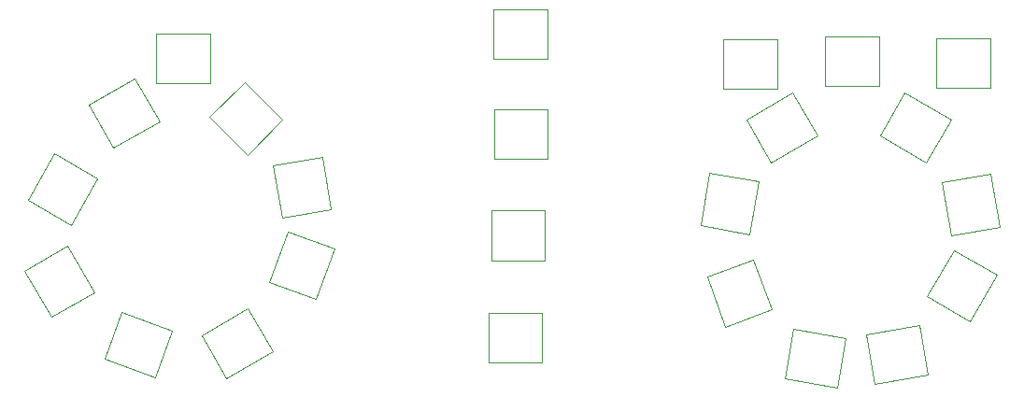
<source format=gbr>
%TF.GenerationSoftware,KiCad,Pcbnew,(6.0.7-1)-1*%
%TF.CreationDate,2023-10-29T11:35:45+10:00*%
%TF.ProjectId,HYD ISO Panel PCB V2,48594420-4953-44f2-9050-616e656c2050,rev?*%
%TF.SameCoordinates,Original*%
%TF.FileFunction,Other,User*%
%FSLAX46Y46*%
G04 Gerber Fmt 4.6, Leading zero omitted, Abs format (unit mm)*
G04 Created by KiCad (PCBNEW (6.0.7-1)-1) date 2023-10-29 11:35:45*
%MOMM*%
%LPD*%
G01*
G04 APERTURE LIST*
%ADD10C,0.050000*%
G04 APERTURE END LIST*
D10*
%TO.C,D1*%
X94125000Y-65900000D02*
X89275000Y-65900000D01*
X89275000Y-65900000D02*
X89275000Y-70400000D01*
X94125000Y-70400000D02*
X94125000Y-65900000D01*
X89275000Y-70400000D02*
X94125000Y-70400000D01*
%TO.C,D2*%
X97277817Y-70295837D02*
X94095837Y-73477817D01*
X94095837Y-73477817D02*
X97525305Y-76907285D01*
X100707285Y-73725305D02*
X97277817Y-70295837D01*
X97525305Y-76907285D02*
X100707285Y-73725305D01*
%TO.C,D3*%
X104273319Y-77065503D02*
X99841684Y-77846920D01*
X100683878Y-82623237D02*
X105115513Y-81841821D01*
X99841684Y-77846920D02*
X100683878Y-82623237D01*
X105115513Y-81841821D02*
X104273319Y-77065503D01*
%TO.C,D4*%
X103734885Y-89948292D02*
X105393683Y-85390783D01*
X105393683Y-85390783D02*
X101165066Y-83851692D01*
X99506268Y-88409201D02*
X103734885Y-89948292D01*
X101165066Y-83851692D02*
X99506268Y-88409201D01*
%TO.C,D5*%
X95629071Y-97123557D02*
X99829294Y-94698557D01*
X99829294Y-94698557D02*
X97579294Y-90801443D01*
X93379071Y-93226443D02*
X95629071Y-97123557D01*
X97579294Y-90801443D02*
X93379071Y-93226443D01*
%TO.C,D6*%
X90698308Y-92815066D02*
X86140799Y-91156268D01*
X86140799Y-91156268D02*
X84601708Y-95384885D01*
X84601708Y-95384885D02*
X89159217Y-97043683D01*
X89159217Y-97043683D02*
X90698308Y-92815066D01*
%TO.C,D7*%
X77338943Y-87374871D02*
X79763943Y-91575094D01*
X79763943Y-91575094D02*
X83661057Y-89325094D01*
X83661057Y-89325094D02*
X81236057Y-85124871D01*
X81236057Y-85124871D02*
X77338943Y-87374871D01*
%TO.C,D8*%
X81523557Y-83220929D02*
X83948557Y-79020706D01*
X77626443Y-80970929D02*
X81523557Y-83220929D01*
X80051443Y-76770706D02*
X77626443Y-80970929D01*
X83948557Y-79020706D02*
X80051443Y-76770706D01*
%TO.C,D9*%
X89579294Y-73848557D02*
X87329294Y-69951443D01*
X85379071Y-76273557D02*
X89579294Y-73848557D01*
X83129071Y-72376443D02*
X85379071Y-76273557D01*
X87329294Y-69951443D02*
X83129071Y-72376443D01*
%TO.C,D10*%
X124675000Y-68200000D02*
X124675000Y-63700000D01*
X119825000Y-63700000D02*
X119825000Y-68200000D01*
X119825000Y-68200000D02*
X124675000Y-68200000D01*
X124675000Y-63700000D02*
X119825000Y-63700000D01*
%TO.C,D11*%
X124725000Y-77250000D02*
X124725000Y-72750000D01*
X124725000Y-72750000D02*
X119875000Y-72750000D01*
X119875000Y-72750000D02*
X119875000Y-77250000D01*
X119875000Y-77250000D02*
X124725000Y-77250000D01*
%TO.C,D12*%
X119600000Y-81950000D02*
X119600000Y-86450000D01*
X124450000Y-86450000D02*
X124450000Y-81950000D01*
X119600000Y-86450000D02*
X124450000Y-86450000D01*
X124450000Y-81950000D02*
X119600000Y-81950000D01*
%TO.C,D13*%
X124250000Y-91200000D02*
X119400000Y-91200000D01*
X119400000Y-91200000D02*
X119400000Y-95700000D01*
X124250000Y-95700000D02*
X124250000Y-91200000D01*
X119400000Y-95700000D02*
X124250000Y-95700000D01*
%TO.C,D14*%
X140675000Y-70900000D02*
X145525000Y-70900000D01*
X145525000Y-66400000D02*
X140675000Y-66400000D01*
X140675000Y-66400000D02*
X140675000Y-70900000D01*
X145525000Y-70900000D02*
X145525000Y-66400000D01*
%TO.C,D15*%
X154750000Y-70652000D02*
X154750000Y-66152000D01*
X154750000Y-66152000D02*
X149900000Y-66152000D01*
X149900000Y-66152000D02*
X149900000Y-70652000D01*
X149900000Y-70652000D02*
X154750000Y-70652000D01*
%TO.C,D16*%
X164826000Y-66304400D02*
X159976000Y-66304400D01*
X159976000Y-66304400D02*
X159976000Y-70804400D01*
X159976000Y-70804400D02*
X164826000Y-70804400D01*
X164826000Y-70804400D02*
X164826000Y-66304400D01*
%TO.C,D17*%
X149175094Y-75136057D02*
X146925094Y-71238943D01*
X146925094Y-71238943D02*
X142724871Y-73663943D01*
X144974871Y-77561057D02*
X149175094Y-75136057D01*
X142724871Y-73663943D02*
X144974871Y-77561057D01*
%TO.C,D18*%
X161275094Y-73663943D02*
X157074871Y-71238943D01*
X157074871Y-71238943D02*
X154824871Y-75136057D01*
X154824871Y-75136057D02*
X159025094Y-77561057D01*
X159025094Y-77561057D02*
X161275094Y-73663943D01*
%TO.C,D24*%
X142994722Y-84078837D02*
X143836916Y-79302520D01*
X139405281Y-78521103D02*
X138563087Y-83297421D01*
X143836916Y-79302520D02*
X139405281Y-78521103D01*
X138563087Y-83297421D02*
X142994722Y-84078837D01*
%TO.C,D19*%
X161283878Y-84173237D02*
X165715513Y-83391821D01*
X164873319Y-78615503D02*
X160441684Y-79396920D01*
X165715513Y-83391821D02*
X164873319Y-78615503D01*
X160441684Y-79396920D02*
X161283878Y-84173237D01*
%TO.C,D23*%
X143382034Y-86353592D02*
X139153417Y-87892683D01*
X139153417Y-87892683D02*
X140812215Y-92450192D01*
X140812215Y-92450192D02*
X145040832Y-90911101D01*
X145040832Y-90911101D02*
X143382034Y-86353592D01*
%TO.C,D20*%
X162986057Y-91975129D02*
X165411057Y-87774906D01*
X165411057Y-87774906D02*
X161513943Y-85524906D01*
X161513943Y-85524906D02*
X159088943Y-89725129D01*
X159088943Y-89725129D02*
X162986057Y-91975129D01*
%TO.C,D22*%
X150978080Y-97958316D02*
X151759497Y-93526681D01*
X151759497Y-93526681D02*
X146983179Y-92684487D01*
X146983179Y-92684487D02*
X146201763Y-97116122D01*
X146201763Y-97116122D02*
X150978080Y-97958316D01*
%TO.C,D21*%
X159159497Y-96773319D02*
X158378080Y-92341684D01*
X153601763Y-93183878D02*
X154383179Y-97615513D01*
X158378080Y-92341684D02*
X153601763Y-93183878D01*
X154383179Y-97615513D02*
X159159497Y-96773319D01*
%TD*%
M02*

</source>
